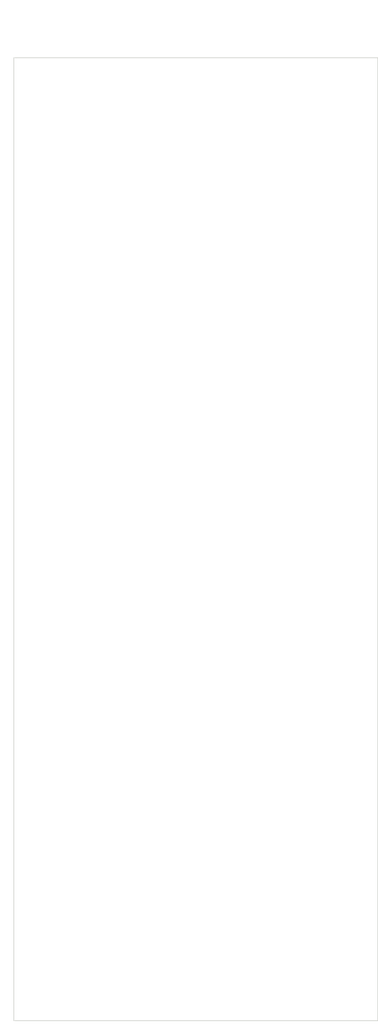
<source format=kicad_pcb>
(kicad_pcb (version 20211014) (generator pcbnew)
  (layers (0 "F.Cu" signal) (31 "B.Cu" signal) (34 "B.Paste" user) (35 "F.Paste" user) (36 "B.SilkS" user "B.Silkscreen") (37 "F.SilkS" user "F.Silkscreen") (38 "B.Mask" user) (39 "F.Mask" user) (44 "Edge.Cuts" user))
  (net 0 "")
  (footprint "MountingHole:MountingHole_3.2mm_M3" (layer "F.Cu") (at 5.08 130.35)
    (fp_text reference "REF**" hide)
    (fp_text value "MountingHole_3.2mm_M3" hide)
    (pad "" np_thru_hole oval locked (at 0 0) (size 7 3.2) (drill oval 7 3.2) (layers F&B.Cu *.Mask))
  )
  (footprint "MountingHole:MountingHole_3.2mm_M3" (layer "F.Cu") (at 45.42 130.35)
    (fp_text reference "REF**" hide)
    (fp_text value "MountingHole_3.2mm_M3" hide)
    (pad "" np_thru_hole oval locked (at 0 0) (size 7 3.2) (drill oval 7 3.2) (layers F&B.Cu *.Mask))
  )
  (footprint "MountingHole:MountingHole_3.2mm_M3" (layer "F.Cu") (at 45.42 3)
    (fp_text reference "REF**" hide)
    (fp_text value "MountingHole_3.2mm_M3" hide)
    (pad "" np_thru_hole oval locked (at 0 0) (size 7 3.2) (drill oval 7 3.2) (layers F&B.Cu *.Mask))
  )
  (footprint "MountingHole:MountingHole_3.2mm_M3" (layer "F.Cu") (at 5.08 3)
    (fp_text reference "REF**" hide)
    (fp_text value "MountingHole_3.2mm_M3" hide)
    (pad "" np_thru_hole oval locked (at 0 0) (size 7 3.2) (drill oval 7 3.2) (layers F&B.Cu *.Mask))
  )
  (gr_line (start 50.5 0) (end 50.5 133.35) (layer "Edge.Cuts") (width 0.1))
  (gr_line (start 0 133.35) (end 0 0) (layer "Edge.Cuts") (width 0.1))
  (gr_line (start 0 0) (end 50.5 0) (layer "Edge.Cuts") (width 0.1))
  (gr_line (start 50.5 133.35) (end 0 133.35) (layer "Edge.Cuts") (width 0.1))
)
</source>
